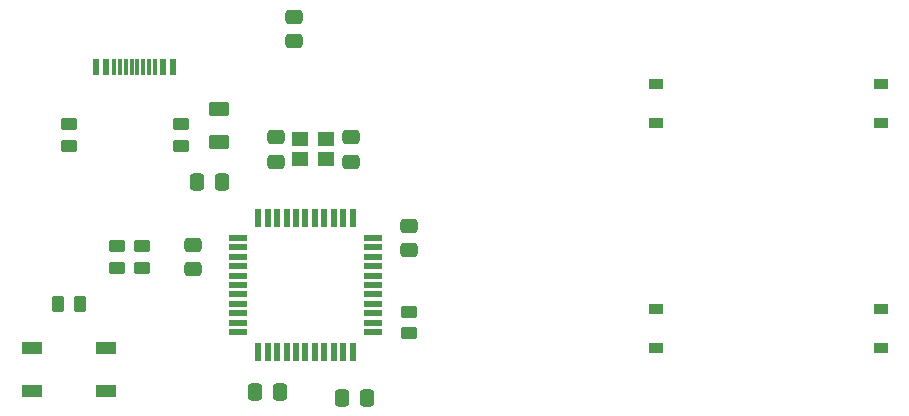
<source format=gbr>
%TF.GenerationSoftware,KiCad,Pcbnew,(6.0.1-0)*%
%TF.CreationDate,2022-10-25T12:30:20+02:00*%
%TF.ProjectId,macro,6d616372-6f2e-46b6-9963-61645f706362,rev?*%
%TF.SameCoordinates,Original*%
%TF.FileFunction,Paste,Bot*%
%TF.FilePolarity,Positive*%
%FSLAX46Y46*%
G04 Gerber Fmt 4.6, Leading zero omitted, Abs format (unit mm)*
G04 Created by KiCad (PCBNEW (6.0.1-0)) date 2022-10-25 12:30:20*
%MOMM*%
%LPD*%
G01*
G04 APERTURE LIST*
G04 Aperture macros list*
%AMRoundRect*
0 Rectangle with rounded corners*
0 $1 Rounding radius*
0 $2 $3 $4 $5 $6 $7 $8 $9 X,Y pos of 4 corners*
0 Add a 4 corners polygon primitive as box body*
4,1,4,$2,$3,$4,$5,$6,$7,$8,$9,$2,$3,0*
0 Add four circle primitives for the rounded corners*
1,1,$1+$1,$2,$3*
1,1,$1+$1,$4,$5*
1,1,$1+$1,$6,$7*
1,1,$1+$1,$8,$9*
0 Add four rect primitives between the rounded corners*
20,1,$1+$1,$2,$3,$4,$5,0*
20,1,$1+$1,$4,$5,$6,$7,0*
20,1,$1+$1,$6,$7,$8,$9,0*
20,1,$1+$1,$8,$9,$2,$3,0*%
G04 Aperture macros list end*
%ADD10RoundRect,0.250000X-0.475000X0.337500X-0.475000X-0.337500X0.475000X-0.337500X0.475000X0.337500X0*%
%ADD11R,0.600000X1.450000*%
%ADD12R,0.300000X1.450000*%
%ADD13RoundRect,0.250000X-0.450000X0.262500X-0.450000X-0.262500X0.450000X-0.262500X0.450000X0.262500X0*%
%ADD14R,1.200000X0.900000*%
%ADD15RoundRect,0.250000X-0.625000X0.375000X-0.625000X-0.375000X0.625000X-0.375000X0.625000X0.375000X0*%
%ADD16R,1.800000X1.100000*%
%ADD17RoundRect,0.250000X0.475000X-0.337500X0.475000X0.337500X-0.475000X0.337500X-0.475000X-0.337500X0*%
%ADD18RoundRect,0.250000X0.337500X0.475000X-0.337500X0.475000X-0.337500X-0.475000X0.337500X-0.475000X0*%
%ADD19R,1.500000X0.550000*%
%ADD20R,0.550000X1.500000*%
%ADD21R,1.400000X1.200000*%
%ADD22RoundRect,0.250000X0.450000X-0.262500X0.450000X0.262500X-0.450000X0.262500X-0.450000X-0.262500X0*%
%ADD23RoundRect,0.250000X0.262500X0.450000X-0.262500X0.450000X-0.262500X-0.450000X0.262500X-0.450000X0*%
%ADD24RoundRect,0.250000X-0.337500X-0.475000X0.337500X-0.475000X0.337500X0.475000X-0.337500X0.475000X0*%
G04 APERTURE END LIST*
D10*
%TO.C,C8*%
X131762500Y-81268750D03*
X131762500Y-83343750D03*
%TD*%
D11*
%TO.C,USB1*%
X121493750Y-85482500D03*
X115043750Y-85482500D03*
X120718750Y-85482500D03*
X115818750Y-85482500D03*
D12*
X116518750Y-85482500D03*
X120018750Y-85482500D03*
X117018750Y-85482500D03*
X119518750Y-85482500D03*
X117518750Y-85482500D03*
X119018750Y-85482500D03*
X118518750Y-85482500D03*
X118018750Y-85482500D03*
%TD*%
D13*
%TO.C,R2*%
X116819532Y-100687500D03*
X116819532Y-102512500D03*
%TD*%
%TO.C,R6*%
X122237500Y-90368750D03*
X122237500Y-92193750D03*
%TD*%
D14*
%TO.C,D4*%
X181439968Y-109271218D03*
X181439968Y-105971218D03*
%TD*%
D15*
%TO.C,F1*%
X125412500Y-91887500D03*
X125412500Y-89087500D03*
%TD*%
D16*
%TO.C,SW1*%
X109612500Y-109275000D03*
X115812500Y-112975000D03*
X109612500Y-112975000D03*
X115812500Y-109275000D03*
%TD*%
D14*
%TO.C,D1*%
X162389968Y-90221218D03*
X162389968Y-86921218D03*
%TD*%
D17*
%TO.C,C4*%
X141473874Y-101050000D03*
X141473874Y-98975000D03*
%TD*%
D14*
%TO.C,D3*%
X162389968Y-109271218D03*
X162389968Y-105971218D03*
%TD*%
D18*
%TO.C,C5*%
X137936374Y-113506250D03*
X135861374Y-113506250D03*
%TD*%
D19*
%TO.C,U1*%
X127042624Y-107981250D03*
X127042624Y-107181250D03*
X127042624Y-106381250D03*
X127042624Y-105581250D03*
X127042624Y-104781250D03*
X127042624Y-103981250D03*
X127042624Y-103181250D03*
X127042624Y-102381250D03*
X127042624Y-101581250D03*
X127042624Y-100781250D03*
X127042624Y-99981250D03*
D20*
X128742624Y-98281250D03*
X129542624Y-98281250D03*
X130342624Y-98281250D03*
X131142624Y-98281250D03*
X131942624Y-98281250D03*
X132742624Y-98281250D03*
X133542624Y-98281250D03*
X134342624Y-98281250D03*
X135142624Y-98281250D03*
X135942624Y-98281250D03*
X136742624Y-98281250D03*
D19*
X138442624Y-99981250D03*
X138442624Y-100781250D03*
X138442624Y-101581250D03*
X138442624Y-102381250D03*
X138442624Y-103181250D03*
X138442624Y-103981250D03*
X138442624Y-104781250D03*
X138442624Y-105581250D03*
X138442624Y-106381250D03*
X138442624Y-107181250D03*
X138442624Y-107981250D03*
D20*
X136742624Y-109681250D03*
X135942624Y-109681250D03*
X135142624Y-109681250D03*
X134342624Y-109681250D03*
X133542624Y-109681250D03*
X132742624Y-109681250D03*
X131942624Y-109681250D03*
X131142624Y-109681250D03*
X130342624Y-109681250D03*
X129542624Y-109681250D03*
X128742624Y-109681250D03*
%TD*%
D17*
%TO.C,C2*%
X130240020Y-93540020D03*
X130240020Y-91465020D03*
%TD*%
D21*
%TO.C,Y1*%
X132315020Y-91652520D03*
X134515020Y-91652520D03*
X134515020Y-93352520D03*
X132315020Y-93352520D03*
%TD*%
D22*
%TO.C,R5*%
X112712500Y-90368750D03*
X112712500Y-92193750D03*
%TD*%
%TO.C,R4*%
X141473874Y-108068750D03*
X141473874Y-106243750D03*
%TD*%
D23*
%TO.C,R3*%
X113625000Y-105568750D03*
X111800000Y-105568750D03*
%TD*%
D13*
%TO.C,R1*%
X118872000Y-100687500D03*
X118872000Y-102512500D03*
%TD*%
D17*
%TO.C,C7*%
X123190000Y-102637500D03*
X123190000Y-100562500D03*
%TD*%
D24*
%TO.C,C1*%
X128502500Y-113030000D03*
X130577500Y-113030000D03*
%TD*%
D14*
%TO.C,D2*%
X181439968Y-90221218D03*
X181439968Y-86921218D03*
%TD*%
D18*
%TO.C,C6*%
X125656250Y-95250000D03*
X123581250Y-95250000D03*
%TD*%
D10*
%TO.C,C3*%
X136590020Y-91465020D03*
X136590020Y-93540020D03*
%TD*%
M02*

</source>
